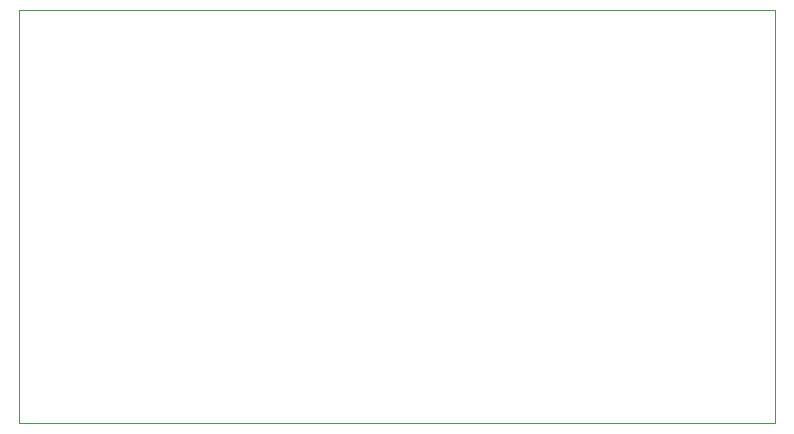
<source format=gm1>
%TF.GenerationSoftware,KiCad,Pcbnew,8.0.2-1*%
%TF.CreationDate,2024-09-12T10:11:59+09:00*%
%TF.ProjectId,gas_nrf52832,6761735f-6e72-4663-9532-3833322e6b69,rev?*%
%TF.SameCoordinates,Original*%
%TF.FileFunction,Profile,NP*%
%FSLAX46Y46*%
G04 Gerber Fmt 4.6, Leading zero omitted, Abs format (unit mm)*
G04 Created by KiCad (PCBNEW 8.0.2-1) date 2024-09-12 10:11:59*
%MOMM*%
%LPD*%
G01*
G04 APERTURE LIST*
%TA.AperFunction,Profile*%
%ADD10C,0.050000*%
%TD*%
G04 APERTURE END LIST*
D10*
X89400000Y-75500000D02*
X153400000Y-75500000D01*
X153400000Y-110500000D01*
X89400000Y-110500000D01*
X89400000Y-75500000D01*
M02*

</source>
